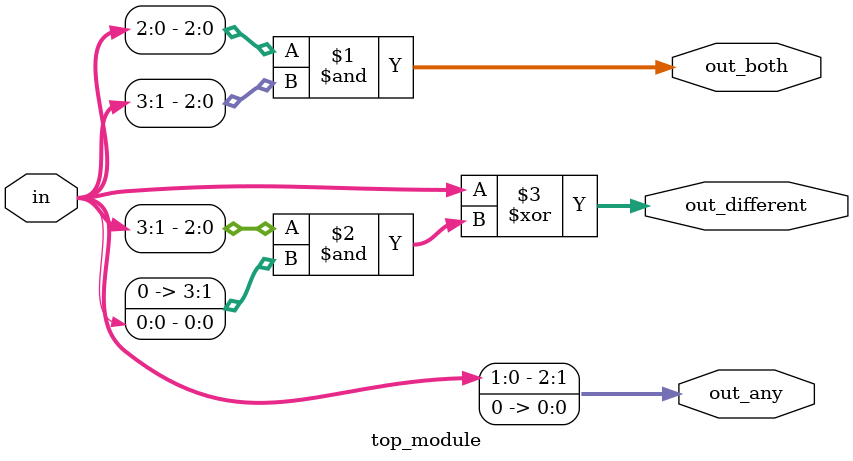
<source format=sv>
module top_module (
    input [3:0] in,
    output [2:0] out_both,
    output [3:1] out_any,
    output [3:0] out_different
);
    
    assign out_both = in[2:0] & in[3:1];
    assign out_any = {in[3], in[2:0], 1'b0};
    assign out_different = in ^ (in[3:1] & {1'b0, in[0]});
    
endmodule

</source>
